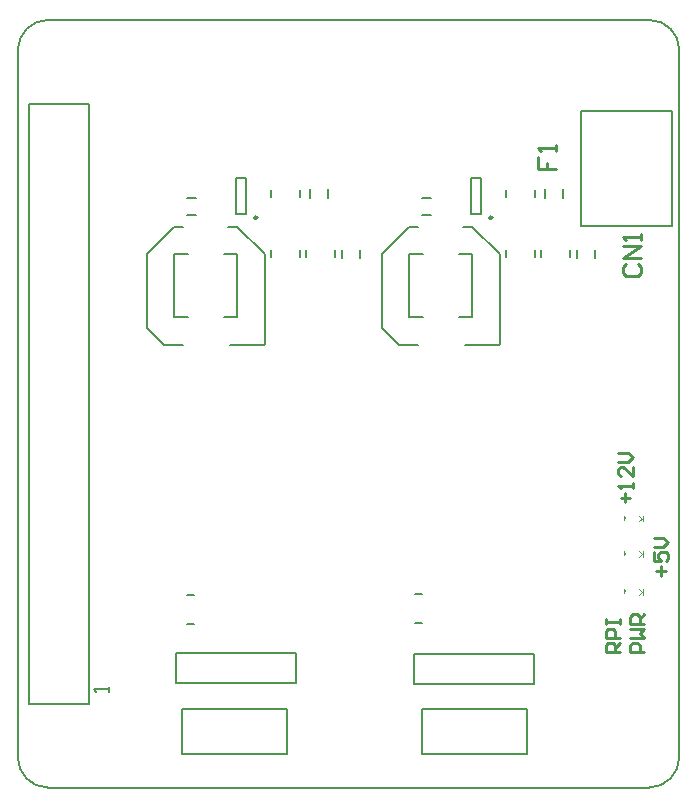
<source format=gto>
G04*
G04 #@! TF.GenerationSoftware,Altium Limited,Altium Designer,20.0.9 (164)*
G04*
G04 Layer_Color=65535*
%FSLAX25Y25*%
%MOIN*%
G70*
G01*
G75*
%ADD10C,0.00984*%
%ADD11C,0.00787*%
%ADD12C,0.01000*%
%ADD13C,0.00394*%
%ADD14C,0.00800*%
G36*
X430413Y276772D02*
X431004Y277953D01*
X430413Y279134D01*
Y276772D01*
D02*
G37*
G36*
Y289370D02*
X431004Y290551D01*
X430413Y291732D01*
Y289370D01*
D02*
G37*
G36*
Y301181D02*
X431004Y302362D01*
X430413Y303543D01*
Y301181D01*
D02*
G37*
D10*
X308169Y402559D02*
G03*
X308169Y402559I-492J0D01*
G01*
X386516Y402559D02*
G03*
X386516Y402559I-492J0D01*
G01*
D11*
X415965Y438255D02*
X446465D01*
X415965Y399855D02*
X446465D01*
X415965D02*
Y438255D01*
X446465Y399855D02*
Y438255D01*
X362953Y223740D02*
Y238740D01*
Y223740D02*
X397953D01*
Y238740D01*
X362953D02*
X397953D01*
X283150Y223740D02*
Y238740D01*
Y223740D02*
X318150D01*
Y238740D01*
X283150D02*
X318150D01*
X300984Y403740D02*
Y415945D01*
X304528Y403740D02*
Y415945D01*
X300984D02*
X304528D01*
X300984Y403740D02*
X304528D01*
X379331Y403740D02*
Y415945D01*
X382874Y403740D02*
Y415945D01*
X379331D02*
X382874D01*
X379331Y403740D02*
X382874D01*
X375291Y369291D02*
X379791D01*
X358791D02*
X363291D01*
X358791Y390551D02*
X363291D01*
X375291D02*
X379791D01*
X379791Y369291D01*
X358791D02*
Y390551D01*
X376791Y399606D02*
X379791D01*
X388976Y390421D01*
Y360421D02*
Y390421D01*
X388791Y360236D02*
X388976Y360421D01*
X377291Y360236D02*
X388791D01*
X358612Y399606D02*
X361791D01*
X349606Y390601D02*
X358612Y399606D01*
X349606Y365921D02*
Y390601D01*
Y365921D02*
X355291Y360236D01*
X361791D01*
X276945Y360236D02*
X283445D01*
X271260Y365921D02*
X276945Y360236D01*
X271260Y365921D02*
Y390601D01*
X280265Y399606D01*
X283445D01*
X298945Y360236D02*
X310445D01*
X310630Y360421D01*
Y390421D01*
X301445Y399606D02*
X310630Y390421D01*
X298445Y399606D02*
X301445D01*
X280445Y369291D02*
Y390551D01*
X301445Y369291D02*
Y390551D01*
X296945D02*
X301445D01*
X280445D02*
X284945D01*
X280445Y369291D02*
X284945D01*
X296945D02*
X301445D01*
X404134Y409252D02*
X404134Y412008D01*
X410039Y409252D02*
Y412008D01*
X325787Y409252D02*
Y412008D01*
X331693Y409252D02*
Y412008D01*
X252126Y240551D02*
Y440551D01*
X232126Y240551D02*
Y440551D01*
Y240551D02*
X252126D01*
X232126Y440551D02*
X252126D01*
X284842Y409252D02*
X287598D01*
X284842Y403346D02*
X287598D01*
X322539Y409449D02*
Y411811D01*
X312894Y409449D02*
Y411811D01*
X284646Y267224D02*
X287008D01*
X284646Y276870D02*
X287008D01*
X342323Y389173D02*
Y391929D01*
X336417Y389173D02*
Y391929D01*
X312894Y389370D02*
Y391732D01*
X322539Y389370D02*
Y391732D01*
X324311Y389370D02*
Y391732D01*
X333957Y389370D02*
Y391732D01*
X360276Y246969D02*
Y256968D01*
X400276Y256968D01*
X360276Y246969D02*
X400276Y246969D01*
Y256968D01*
X321063Y247362D02*
Y257362D01*
X281063Y247362D02*
X321063Y247362D01*
X281063Y257362D02*
X321063Y257362D01*
X281063Y247362D02*
Y257362D01*
X391240Y389370D02*
Y391732D01*
X400886Y389370D02*
Y391732D01*
X360630Y267618D02*
X362992D01*
X360630Y277264D02*
X362992D01*
X420669Y389173D02*
Y391929D01*
X414764Y389173D02*
Y391929D01*
X402658Y389370D02*
Y391732D01*
X412303Y389370D02*
Y391732D01*
X400886Y409449D02*
Y411811D01*
X391240D02*
X391240Y409449D01*
X363189Y409252D02*
X365945Y409252D01*
X363189Y403346D02*
X365945D01*
X438747Y212598D02*
G03*
X448819Y222670I0J10072D01*
G01*
X228346Y222671D02*
G03*
X238419Y212598I10072J0D01*
G01*
X238419Y468504D02*
G03*
X228346Y458432I0J-10072D01*
G01*
X448819Y458507D02*
G03*
X438822Y468504I-9997J0D01*
G01*
X238419Y212598D02*
X438747D01*
X448819Y222670D02*
X448819Y458507D01*
X228346Y222671D02*
X228346Y458432D01*
X238419Y468504D02*
X438822Y468504D01*
D12*
X442702Y283283D02*
Y286432D01*
X441127Y284858D02*
X444276D01*
X440340Y291155D02*
Y288006D01*
X442702D01*
X441914Y289581D01*
Y290368D01*
X442702Y291155D01*
X444276D01*
X445063Y290368D01*
Y288793D01*
X444276Y288006D01*
X440340Y292729D02*
X443489D01*
X445063Y294303D01*
X443489Y295878D01*
X440340D01*
X429121Y257693D02*
X424399D01*
Y260054D01*
X425186Y260841D01*
X426760D01*
X427547Y260054D01*
Y257693D01*
Y259267D02*
X429121Y260841D01*
Y262416D02*
X424399D01*
Y264777D01*
X425186Y265564D01*
X426760D01*
X427547Y264777D01*
Y262416D01*
X424399Y267139D02*
Y268713D01*
Y267926D01*
X429121D01*
Y267139D01*
Y268713D01*
X437189Y257693D02*
X432466D01*
Y260054D01*
X433253Y260841D01*
X434828D01*
X435615Y260054D01*
Y257693D01*
X432466Y262416D02*
X437189D01*
X435615Y263990D01*
X437189Y265564D01*
X432466D01*
X437189Y267139D02*
X432466D01*
Y269500D01*
X433253Y270287D01*
X434828D01*
X435615Y269500D01*
Y267139D01*
Y268713D02*
X437189Y270287D01*
X431072Y387158D02*
X430072Y386159D01*
Y384159D01*
X431072Y383160D01*
X435070D01*
X436070Y384159D01*
Y386159D01*
X435070Y387158D01*
X436070Y389158D02*
X430072D01*
X436070Y393157D01*
X430072D01*
X436070Y395156D02*
Y397155D01*
Y396156D01*
X430072D01*
X431072Y395156D01*
X401773Y422835D02*
Y418899D01*
X404724D01*
Y420867D01*
Y418899D01*
X407676D01*
Y424802D02*
Y426770D01*
Y425786D01*
X401773D01*
X402757Y424802D01*
X430891Y307693D02*
Y310841D01*
X429316Y309267D02*
X432465D01*
X433252Y312416D02*
Y313990D01*
Y313203D01*
X428529D01*
X429316Y312416D01*
X433252Y319500D02*
Y316352D01*
X430103Y319500D01*
X429316D01*
X428529Y318713D01*
Y317139D01*
X429316Y316352D01*
X428529Y321074D02*
X431678D01*
X433252Y322649D01*
X431678Y324223D01*
X428529D01*
D13*
X436709Y301294D02*
Y303262D01*
Y302606D01*
X435397Y301294D01*
X436381Y302278D01*
X435397Y303262D01*
X436709Y289483D02*
Y291451D01*
Y290795D01*
X435397Y289483D01*
X436381Y290467D01*
X435397Y291451D01*
X436709Y276885D02*
Y278853D01*
Y278197D01*
X435397Y276885D01*
X436381Y277869D01*
X435397Y278853D01*
D14*
X258661Y244488D02*
Y246154D01*
Y245321D01*
X253663D01*
X254496Y244488D01*
M02*

</source>
